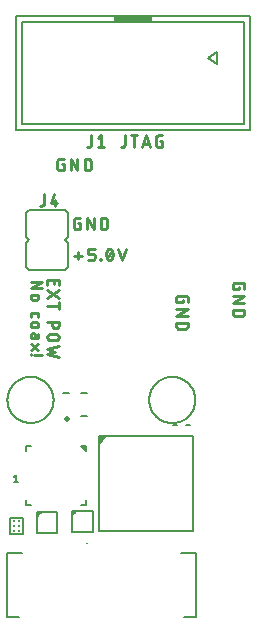
<source format=gto>
G75*
%MOIN*%
%OFA0B0*%
%FSLAX25Y25*%
%IPPOS*%
%LPD*%
%AMOC8*
5,1,8,0,0,1.08239X$1,22.5*
%
%ADD10C,0.00787*%
%ADD11C,0.00600*%
%ADD12C,0.00900*%
%ADD13C,0.00500*%
%ADD14C,0.01969*%
%ADD15R,0.12000X0.02000*%
%ADD16C,0.01197*%
D10*
X0166691Y0119457D02*
X0166693Y0119646D01*
X0166700Y0119834D01*
X0166712Y0120022D01*
X0166728Y0120210D01*
X0166749Y0120398D01*
X0166774Y0120585D01*
X0166804Y0120771D01*
X0166839Y0120957D01*
X0166878Y0121141D01*
X0166921Y0121325D01*
X0166969Y0121507D01*
X0167022Y0121688D01*
X0167079Y0121868D01*
X0167140Y0122047D01*
X0167206Y0122224D01*
X0167276Y0122399D01*
X0167350Y0122572D01*
X0167429Y0122744D01*
X0167512Y0122913D01*
X0167599Y0123081D01*
X0167690Y0123246D01*
X0167785Y0123409D01*
X0167884Y0123570D01*
X0167986Y0123728D01*
X0168093Y0123883D01*
X0168204Y0124036D01*
X0168318Y0124186D01*
X0168436Y0124334D01*
X0168557Y0124478D01*
X0168682Y0124619D01*
X0168811Y0124757D01*
X0168942Y0124893D01*
X0169078Y0125024D01*
X0169216Y0125153D01*
X0169357Y0125278D01*
X0169501Y0125399D01*
X0169649Y0125517D01*
X0169799Y0125631D01*
X0169952Y0125742D01*
X0170107Y0125849D01*
X0170265Y0125951D01*
X0170426Y0126050D01*
X0170589Y0126145D01*
X0170754Y0126236D01*
X0170922Y0126323D01*
X0171091Y0126406D01*
X0171263Y0126485D01*
X0171436Y0126559D01*
X0171611Y0126629D01*
X0171788Y0126695D01*
X0171967Y0126756D01*
X0172147Y0126813D01*
X0172328Y0126866D01*
X0172510Y0126914D01*
X0172694Y0126957D01*
X0172878Y0126996D01*
X0173064Y0127031D01*
X0173250Y0127061D01*
X0173437Y0127086D01*
X0173625Y0127107D01*
X0173813Y0127123D01*
X0174001Y0127135D01*
X0174189Y0127142D01*
X0174378Y0127144D01*
X0174567Y0127142D01*
X0174755Y0127135D01*
X0174943Y0127123D01*
X0175131Y0127107D01*
X0175319Y0127086D01*
X0175506Y0127061D01*
X0175692Y0127031D01*
X0175878Y0126996D01*
X0176062Y0126957D01*
X0176246Y0126914D01*
X0176428Y0126866D01*
X0176609Y0126813D01*
X0176789Y0126756D01*
X0176968Y0126695D01*
X0177145Y0126629D01*
X0177320Y0126559D01*
X0177493Y0126485D01*
X0177665Y0126406D01*
X0177834Y0126323D01*
X0178002Y0126236D01*
X0178167Y0126145D01*
X0178330Y0126050D01*
X0178491Y0125951D01*
X0178649Y0125849D01*
X0178804Y0125742D01*
X0178957Y0125631D01*
X0179107Y0125517D01*
X0179255Y0125399D01*
X0179399Y0125278D01*
X0179540Y0125153D01*
X0179678Y0125024D01*
X0179814Y0124893D01*
X0179945Y0124757D01*
X0180074Y0124619D01*
X0180199Y0124478D01*
X0180320Y0124334D01*
X0180438Y0124186D01*
X0180552Y0124036D01*
X0180663Y0123883D01*
X0180770Y0123728D01*
X0180872Y0123570D01*
X0180971Y0123409D01*
X0181066Y0123246D01*
X0181157Y0123081D01*
X0181244Y0122913D01*
X0181327Y0122744D01*
X0181406Y0122572D01*
X0181480Y0122399D01*
X0181550Y0122224D01*
X0181616Y0122047D01*
X0181677Y0121868D01*
X0181734Y0121688D01*
X0181787Y0121507D01*
X0181835Y0121325D01*
X0181878Y0121141D01*
X0181917Y0120957D01*
X0181952Y0120771D01*
X0181982Y0120585D01*
X0182007Y0120398D01*
X0182028Y0120210D01*
X0182044Y0120022D01*
X0182056Y0119834D01*
X0182063Y0119646D01*
X0182065Y0119457D01*
X0182063Y0119268D01*
X0182056Y0119080D01*
X0182044Y0118892D01*
X0182028Y0118704D01*
X0182007Y0118516D01*
X0181982Y0118329D01*
X0181952Y0118143D01*
X0181917Y0117957D01*
X0181878Y0117773D01*
X0181835Y0117589D01*
X0181787Y0117407D01*
X0181734Y0117226D01*
X0181677Y0117046D01*
X0181616Y0116867D01*
X0181550Y0116690D01*
X0181480Y0116515D01*
X0181406Y0116342D01*
X0181327Y0116170D01*
X0181244Y0116001D01*
X0181157Y0115833D01*
X0181066Y0115668D01*
X0180971Y0115505D01*
X0180872Y0115344D01*
X0180770Y0115186D01*
X0180663Y0115031D01*
X0180552Y0114878D01*
X0180438Y0114728D01*
X0180320Y0114580D01*
X0180199Y0114436D01*
X0180074Y0114295D01*
X0179945Y0114157D01*
X0179814Y0114021D01*
X0179678Y0113890D01*
X0179540Y0113761D01*
X0179399Y0113636D01*
X0179255Y0113515D01*
X0179107Y0113397D01*
X0178957Y0113283D01*
X0178804Y0113172D01*
X0178649Y0113065D01*
X0178491Y0112963D01*
X0178330Y0112864D01*
X0178167Y0112769D01*
X0178002Y0112678D01*
X0177834Y0112591D01*
X0177665Y0112508D01*
X0177493Y0112429D01*
X0177320Y0112355D01*
X0177145Y0112285D01*
X0176968Y0112219D01*
X0176789Y0112158D01*
X0176609Y0112101D01*
X0176428Y0112048D01*
X0176246Y0112000D01*
X0176062Y0111957D01*
X0175878Y0111918D01*
X0175692Y0111883D01*
X0175506Y0111853D01*
X0175319Y0111828D01*
X0175131Y0111807D01*
X0174943Y0111791D01*
X0174755Y0111779D01*
X0174567Y0111772D01*
X0174378Y0111770D01*
X0174189Y0111772D01*
X0174001Y0111779D01*
X0173813Y0111791D01*
X0173625Y0111807D01*
X0173437Y0111828D01*
X0173250Y0111853D01*
X0173064Y0111883D01*
X0172878Y0111918D01*
X0172694Y0111957D01*
X0172510Y0112000D01*
X0172328Y0112048D01*
X0172147Y0112101D01*
X0171967Y0112158D01*
X0171788Y0112219D01*
X0171611Y0112285D01*
X0171436Y0112355D01*
X0171263Y0112429D01*
X0171091Y0112508D01*
X0170922Y0112591D01*
X0170754Y0112678D01*
X0170589Y0112769D01*
X0170426Y0112864D01*
X0170265Y0112963D01*
X0170107Y0113065D01*
X0169952Y0113172D01*
X0169799Y0113283D01*
X0169649Y0113397D01*
X0169501Y0113515D01*
X0169357Y0113636D01*
X0169216Y0113761D01*
X0169078Y0113890D01*
X0168942Y0114021D01*
X0168811Y0114157D01*
X0168682Y0114295D01*
X0168557Y0114436D01*
X0168436Y0114580D01*
X0168318Y0114728D01*
X0168204Y0114878D01*
X0168093Y0115031D01*
X0167986Y0115186D01*
X0167884Y0115344D01*
X0167785Y0115505D01*
X0167690Y0115668D01*
X0167599Y0115833D01*
X0167512Y0116001D01*
X0167429Y0116170D01*
X0167350Y0116342D01*
X0167276Y0116515D01*
X0167206Y0116690D01*
X0167140Y0116867D01*
X0167079Y0117046D01*
X0167022Y0117226D01*
X0166969Y0117407D01*
X0166921Y0117589D01*
X0166878Y0117773D01*
X0166839Y0117957D01*
X0166804Y0118143D01*
X0166774Y0118329D01*
X0166749Y0118516D01*
X0166728Y0118704D01*
X0166712Y0118892D01*
X0166700Y0119080D01*
X0166693Y0119268D01*
X0166691Y0119457D01*
X0213935Y0119457D02*
X0213937Y0119646D01*
X0213944Y0119834D01*
X0213956Y0120022D01*
X0213972Y0120210D01*
X0213993Y0120398D01*
X0214018Y0120585D01*
X0214048Y0120771D01*
X0214083Y0120957D01*
X0214122Y0121141D01*
X0214165Y0121325D01*
X0214213Y0121507D01*
X0214266Y0121688D01*
X0214323Y0121868D01*
X0214384Y0122047D01*
X0214450Y0122224D01*
X0214520Y0122399D01*
X0214594Y0122572D01*
X0214673Y0122744D01*
X0214756Y0122913D01*
X0214843Y0123081D01*
X0214934Y0123246D01*
X0215029Y0123409D01*
X0215128Y0123570D01*
X0215230Y0123728D01*
X0215337Y0123883D01*
X0215448Y0124036D01*
X0215562Y0124186D01*
X0215680Y0124334D01*
X0215801Y0124478D01*
X0215926Y0124619D01*
X0216055Y0124757D01*
X0216186Y0124893D01*
X0216322Y0125024D01*
X0216460Y0125153D01*
X0216601Y0125278D01*
X0216745Y0125399D01*
X0216893Y0125517D01*
X0217043Y0125631D01*
X0217196Y0125742D01*
X0217351Y0125849D01*
X0217509Y0125951D01*
X0217670Y0126050D01*
X0217833Y0126145D01*
X0217998Y0126236D01*
X0218166Y0126323D01*
X0218335Y0126406D01*
X0218507Y0126485D01*
X0218680Y0126559D01*
X0218855Y0126629D01*
X0219032Y0126695D01*
X0219211Y0126756D01*
X0219391Y0126813D01*
X0219572Y0126866D01*
X0219754Y0126914D01*
X0219938Y0126957D01*
X0220122Y0126996D01*
X0220308Y0127031D01*
X0220494Y0127061D01*
X0220681Y0127086D01*
X0220869Y0127107D01*
X0221057Y0127123D01*
X0221245Y0127135D01*
X0221433Y0127142D01*
X0221622Y0127144D01*
X0221811Y0127142D01*
X0221999Y0127135D01*
X0222187Y0127123D01*
X0222375Y0127107D01*
X0222563Y0127086D01*
X0222750Y0127061D01*
X0222936Y0127031D01*
X0223122Y0126996D01*
X0223306Y0126957D01*
X0223490Y0126914D01*
X0223672Y0126866D01*
X0223853Y0126813D01*
X0224033Y0126756D01*
X0224212Y0126695D01*
X0224389Y0126629D01*
X0224564Y0126559D01*
X0224737Y0126485D01*
X0224909Y0126406D01*
X0225078Y0126323D01*
X0225246Y0126236D01*
X0225411Y0126145D01*
X0225574Y0126050D01*
X0225735Y0125951D01*
X0225893Y0125849D01*
X0226048Y0125742D01*
X0226201Y0125631D01*
X0226351Y0125517D01*
X0226499Y0125399D01*
X0226643Y0125278D01*
X0226784Y0125153D01*
X0226922Y0125024D01*
X0227058Y0124893D01*
X0227189Y0124757D01*
X0227318Y0124619D01*
X0227443Y0124478D01*
X0227564Y0124334D01*
X0227682Y0124186D01*
X0227796Y0124036D01*
X0227907Y0123883D01*
X0228014Y0123728D01*
X0228116Y0123570D01*
X0228215Y0123409D01*
X0228310Y0123246D01*
X0228401Y0123081D01*
X0228488Y0122913D01*
X0228571Y0122744D01*
X0228650Y0122572D01*
X0228724Y0122399D01*
X0228794Y0122224D01*
X0228860Y0122047D01*
X0228921Y0121868D01*
X0228978Y0121688D01*
X0229031Y0121507D01*
X0229079Y0121325D01*
X0229122Y0121141D01*
X0229161Y0120957D01*
X0229196Y0120771D01*
X0229226Y0120585D01*
X0229251Y0120398D01*
X0229272Y0120210D01*
X0229288Y0120022D01*
X0229300Y0119834D01*
X0229307Y0119646D01*
X0229309Y0119457D01*
X0229307Y0119268D01*
X0229300Y0119080D01*
X0229288Y0118892D01*
X0229272Y0118704D01*
X0229251Y0118516D01*
X0229226Y0118329D01*
X0229196Y0118143D01*
X0229161Y0117957D01*
X0229122Y0117773D01*
X0229079Y0117589D01*
X0229031Y0117407D01*
X0228978Y0117226D01*
X0228921Y0117046D01*
X0228860Y0116867D01*
X0228794Y0116690D01*
X0228724Y0116515D01*
X0228650Y0116342D01*
X0228571Y0116170D01*
X0228488Y0116001D01*
X0228401Y0115833D01*
X0228310Y0115668D01*
X0228215Y0115505D01*
X0228116Y0115344D01*
X0228014Y0115186D01*
X0227907Y0115031D01*
X0227796Y0114878D01*
X0227682Y0114728D01*
X0227564Y0114580D01*
X0227443Y0114436D01*
X0227318Y0114295D01*
X0227189Y0114157D01*
X0227058Y0114021D01*
X0226922Y0113890D01*
X0226784Y0113761D01*
X0226643Y0113636D01*
X0226499Y0113515D01*
X0226351Y0113397D01*
X0226201Y0113283D01*
X0226048Y0113172D01*
X0225893Y0113065D01*
X0225735Y0112963D01*
X0225574Y0112864D01*
X0225411Y0112769D01*
X0225246Y0112678D01*
X0225078Y0112591D01*
X0224909Y0112508D01*
X0224737Y0112429D01*
X0224564Y0112355D01*
X0224389Y0112285D01*
X0224212Y0112219D01*
X0224033Y0112158D01*
X0223853Y0112101D01*
X0223672Y0112048D01*
X0223490Y0112000D01*
X0223306Y0111957D01*
X0223122Y0111918D01*
X0222936Y0111883D01*
X0222750Y0111853D01*
X0222563Y0111828D01*
X0222375Y0111807D01*
X0222187Y0111791D01*
X0221999Y0111779D01*
X0221811Y0111772D01*
X0221622Y0111770D01*
X0221433Y0111772D01*
X0221245Y0111779D01*
X0221057Y0111791D01*
X0220869Y0111807D01*
X0220681Y0111828D01*
X0220494Y0111853D01*
X0220308Y0111883D01*
X0220122Y0111918D01*
X0219938Y0111957D01*
X0219754Y0112000D01*
X0219572Y0112048D01*
X0219391Y0112101D01*
X0219211Y0112158D01*
X0219032Y0112219D01*
X0218855Y0112285D01*
X0218680Y0112355D01*
X0218507Y0112429D01*
X0218335Y0112508D01*
X0218166Y0112591D01*
X0217998Y0112678D01*
X0217833Y0112769D01*
X0217670Y0112864D01*
X0217509Y0112963D01*
X0217351Y0113065D01*
X0217196Y0113172D01*
X0217043Y0113283D01*
X0216893Y0113397D01*
X0216745Y0113515D01*
X0216601Y0113636D01*
X0216460Y0113761D01*
X0216322Y0113890D01*
X0216186Y0114021D01*
X0216055Y0114157D01*
X0215926Y0114295D01*
X0215801Y0114436D01*
X0215680Y0114580D01*
X0215562Y0114728D01*
X0215448Y0114878D01*
X0215337Y0115031D01*
X0215230Y0115186D01*
X0215128Y0115344D01*
X0215029Y0115505D01*
X0214934Y0115668D01*
X0214843Y0115833D01*
X0214756Y0116001D01*
X0214673Y0116170D01*
X0214594Y0116342D01*
X0214520Y0116515D01*
X0214450Y0116690D01*
X0214384Y0116867D01*
X0214323Y0117046D01*
X0214266Y0117226D01*
X0214213Y0117407D01*
X0214165Y0117589D01*
X0214122Y0117773D01*
X0214083Y0117957D01*
X0214048Y0118143D01*
X0214018Y0118329D01*
X0213993Y0118516D01*
X0213972Y0118704D01*
X0213956Y0118892D01*
X0213944Y0119080D01*
X0213937Y0119268D01*
X0213935Y0119457D01*
D11*
X0169457Y0094472D02*
X0169457Y0091922D01*
X0168749Y0091922D02*
X0170165Y0091922D01*
X0168749Y0093905D02*
X0169457Y0094472D01*
X0173890Y0162882D02*
X0172890Y0163882D01*
X0172890Y0171882D01*
X0173890Y0172882D01*
X0172890Y0173882D01*
X0172890Y0181882D01*
X0173890Y0182882D01*
X0185890Y0182882D01*
X0186890Y0181882D01*
X0186890Y0173882D01*
X0185890Y0172882D01*
X0186890Y0171882D01*
X0186890Y0163882D01*
X0185890Y0162882D01*
X0173890Y0162882D01*
D12*
X0174403Y0158829D02*
X0178228Y0158829D01*
X0174403Y0156704D01*
X0178228Y0156704D01*
X0179978Y0156089D02*
X0183802Y0153540D01*
X0183802Y0151908D02*
X0183802Y0149784D01*
X0183802Y0150846D02*
X0179978Y0150846D01*
X0179978Y0153540D02*
X0183802Y0156089D01*
X0183802Y0157706D02*
X0183802Y0159406D01*
X0179978Y0159406D01*
X0179978Y0157706D01*
X0182103Y0158131D02*
X0182103Y0159406D01*
X0176103Y0154506D02*
X0175253Y0154506D01*
X0175196Y0154504D01*
X0175140Y0154498D01*
X0175084Y0154489D01*
X0175028Y0154476D01*
X0174974Y0154459D01*
X0174921Y0154439D01*
X0174870Y0154415D01*
X0174820Y0154387D01*
X0174772Y0154357D01*
X0174726Y0154323D01*
X0174683Y0154286D01*
X0174642Y0154247D01*
X0174604Y0154205D01*
X0174569Y0154160D01*
X0174537Y0154113D01*
X0174508Y0154064D01*
X0174482Y0154014D01*
X0174460Y0153961D01*
X0174441Y0153908D01*
X0174426Y0153853D01*
X0174415Y0153797D01*
X0174407Y0153741D01*
X0174403Y0153684D01*
X0174403Y0153628D01*
X0174407Y0153571D01*
X0174415Y0153515D01*
X0174426Y0153459D01*
X0174441Y0153404D01*
X0174460Y0153351D01*
X0174482Y0153298D01*
X0174508Y0153248D01*
X0174537Y0153199D01*
X0174569Y0153152D01*
X0174604Y0153107D01*
X0174642Y0153065D01*
X0174683Y0153026D01*
X0174726Y0152989D01*
X0174772Y0152955D01*
X0174820Y0152925D01*
X0174870Y0152897D01*
X0174921Y0152873D01*
X0174974Y0152853D01*
X0175028Y0152836D01*
X0175084Y0152823D01*
X0175140Y0152814D01*
X0175196Y0152808D01*
X0175253Y0152806D01*
X0176103Y0152806D01*
X0176160Y0152808D01*
X0176216Y0152814D01*
X0176272Y0152823D01*
X0176328Y0152836D01*
X0176382Y0152853D01*
X0176435Y0152873D01*
X0176486Y0152897D01*
X0176536Y0152925D01*
X0176584Y0152955D01*
X0176630Y0152989D01*
X0176673Y0153026D01*
X0176714Y0153065D01*
X0176752Y0153107D01*
X0176787Y0153152D01*
X0176819Y0153199D01*
X0176848Y0153248D01*
X0176874Y0153298D01*
X0176896Y0153351D01*
X0176915Y0153404D01*
X0176930Y0153459D01*
X0176941Y0153515D01*
X0176949Y0153571D01*
X0176953Y0153628D01*
X0176953Y0153684D01*
X0176949Y0153741D01*
X0176941Y0153797D01*
X0176930Y0153853D01*
X0176915Y0153908D01*
X0176896Y0153961D01*
X0176874Y0154014D01*
X0176848Y0154064D01*
X0176819Y0154113D01*
X0176787Y0154160D01*
X0176752Y0154205D01*
X0176714Y0154247D01*
X0176673Y0154286D01*
X0176630Y0154323D01*
X0176584Y0154357D01*
X0176536Y0154387D01*
X0176486Y0154415D01*
X0176435Y0154439D01*
X0176382Y0154459D01*
X0176328Y0154476D01*
X0176272Y0154489D01*
X0176216Y0154498D01*
X0176160Y0154504D01*
X0176103Y0154506D01*
X0176315Y0148545D02*
X0175041Y0148545D01*
X0174993Y0148543D01*
X0174946Y0148538D01*
X0174899Y0148529D01*
X0174853Y0148517D01*
X0174808Y0148501D01*
X0174765Y0148482D01*
X0174723Y0148460D01*
X0174682Y0148434D01*
X0174644Y0148406D01*
X0174608Y0148375D01*
X0174574Y0148341D01*
X0174543Y0148305D01*
X0174515Y0148267D01*
X0174489Y0148227D01*
X0174467Y0148184D01*
X0174448Y0148141D01*
X0174432Y0148096D01*
X0174420Y0148050D01*
X0174411Y0148003D01*
X0174406Y0147956D01*
X0174404Y0147908D01*
X0174403Y0147908D02*
X0174403Y0147058D01*
X0175253Y0145293D02*
X0176103Y0145293D01*
X0176103Y0145294D02*
X0176160Y0145292D01*
X0176216Y0145286D01*
X0176272Y0145277D01*
X0176328Y0145264D01*
X0176382Y0145247D01*
X0176435Y0145227D01*
X0176486Y0145203D01*
X0176536Y0145175D01*
X0176584Y0145145D01*
X0176630Y0145111D01*
X0176673Y0145074D01*
X0176714Y0145035D01*
X0176752Y0144993D01*
X0176787Y0144948D01*
X0176819Y0144901D01*
X0176848Y0144852D01*
X0176874Y0144802D01*
X0176896Y0144749D01*
X0176915Y0144696D01*
X0176930Y0144641D01*
X0176941Y0144585D01*
X0176949Y0144529D01*
X0176953Y0144472D01*
X0176953Y0144416D01*
X0176949Y0144359D01*
X0176941Y0144303D01*
X0176930Y0144247D01*
X0176915Y0144192D01*
X0176896Y0144139D01*
X0176874Y0144086D01*
X0176848Y0144036D01*
X0176819Y0143987D01*
X0176787Y0143940D01*
X0176752Y0143895D01*
X0176714Y0143853D01*
X0176673Y0143814D01*
X0176630Y0143777D01*
X0176584Y0143743D01*
X0176536Y0143713D01*
X0176486Y0143685D01*
X0176435Y0143661D01*
X0176382Y0143641D01*
X0176328Y0143624D01*
X0176272Y0143611D01*
X0176216Y0143602D01*
X0176160Y0143596D01*
X0176103Y0143594D01*
X0175253Y0143594D01*
X0175196Y0143596D01*
X0175140Y0143602D01*
X0175084Y0143611D01*
X0175028Y0143624D01*
X0174974Y0143641D01*
X0174921Y0143661D01*
X0174870Y0143685D01*
X0174820Y0143713D01*
X0174772Y0143743D01*
X0174726Y0143777D01*
X0174683Y0143814D01*
X0174642Y0143853D01*
X0174604Y0143895D01*
X0174569Y0143940D01*
X0174537Y0143987D01*
X0174508Y0144036D01*
X0174482Y0144086D01*
X0174460Y0144139D01*
X0174441Y0144192D01*
X0174426Y0144247D01*
X0174415Y0144303D01*
X0174407Y0144359D01*
X0174403Y0144416D01*
X0174403Y0144472D01*
X0174407Y0144529D01*
X0174415Y0144585D01*
X0174426Y0144641D01*
X0174441Y0144696D01*
X0174460Y0144749D01*
X0174482Y0144802D01*
X0174508Y0144852D01*
X0174537Y0144901D01*
X0174569Y0144948D01*
X0174604Y0144993D01*
X0174642Y0145035D01*
X0174683Y0145074D01*
X0174726Y0145111D01*
X0174772Y0145145D01*
X0174820Y0145175D01*
X0174870Y0145203D01*
X0174921Y0145227D01*
X0174974Y0145247D01*
X0175028Y0145264D01*
X0175084Y0145277D01*
X0175140Y0145286D01*
X0175196Y0145292D01*
X0175253Y0145294D01*
X0176953Y0147058D02*
X0176953Y0147908D01*
X0176952Y0147908D02*
X0176950Y0147956D01*
X0176945Y0148003D01*
X0176936Y0148050D01*
X0176924Y0148096D01*
X0176908Y0148141D01*
X0176889Y0148184D01*
X0176867Y0148227D01*
X0176841Y0148267D01*
X0176813Y0148305D01*
X0176782Y0148341D01*
X0176748Y0148375D01*
X0176712Y0148406D01*
X0176674Y0148434D01*
X0176634Y0148460D01*
X0176591Y0148482D01*
X0176548Y0148501D01*
X0176503Y0148517D01*
X0176457Y0148529D01*
X0176410Y0148538D01*
X0176363Y0148543D01*
X0176315Y0148545D01*
X0179978Y0145424D02*
X0183802Y0145424D01*
X0183802Y0144361D01*
X0183800Y0144297D01*
X0183794Y0144233D01*
X0183785Y0144170D01*
X0183771Y0144107D01*
X0183754Y0144045D01*
X0183733Y0143984D01*
X0183708Y0143925D01*
X0183680Y0143867D01*
X0183649Y0143812D01*
X0183614Y0143758D01*
X0183576Y0143706D01*
X0183535Y0143657D01*
X0183491Y0143610D01*
X0183444Y0143566D01*
X0183395Y0143525D01*
X0183343Y0143487D01*
X0183289Y0143452D01*
X0183234Y0143421D01*
X0183176Y0143393D01*
X0183117Y0143368D01*
X0183056Y0143347D01*
X0182994Y0143330D01*
X0182931Y0143316D01*
X0182868Y0143307D01*
X0182804Y0143301D01*
X0182740Y0143299D01*
X0182676Y0143301D01*
X0182612Y0143307D01*
X0182549Y0143316D01*
X0182486Y0143330D01*
X0182424Y0143347D01*
X0182363Y0143368D01*
X0182304Y0143393D01*
X0182246Y0143421D01*
X0182191Y0143452D01*
X0182137Y0143487D01*
X0182085Y0143525D01*
X0182036Y0143566D01*
X0181989Y0143610D01*
X0181945Y0143657D01*
X0181904Y0143706D01*
X0181866Y0143758D01*
X0181831Y0143812D01*
X0181800Y0143867D01*
X0181772Y0143925D01*
X0181747Y0143984D01*
X0181726Y0144045D01*
X0181709Y0144107D01*
X0181695Y0144170D01*
X0181686Y0144233D01*
X0181680Y0144297D01*
X0181678Y0144361D01*
X0181678Y0145424D01*
X0181040Y0141420D02*
X0182740Y0141420D01*
X0182804Y0141418D01*
X0182868Y0141412D01*
X0182931Y0141403D01*
X0182994Y0141389D01*
X0183056Y0141372D01*
X0183117Y0141351D01*
X0183176Y0141326D01*
X0183234Y0141298D01*
X0183289Y0141267D01*
X0183343Y0141232D01*
X0183395Y0141194D01*
X0183444Y0141153D01*
X0183491Y0141109D01*
X0183535Y0141062D01*
X0183576Y0141013D01*
X0183614Y0140961D01*
X0183649Y0140907D01*
X0183680Y0140852D01*
X0183708Y0140794D01*
X0183733Y0140735D01*
X0183754Y0140674D01*
X0183771Y0140612D01*
X0183785Y0140549D01*
X0183794Y0140486D01*
X0183800Y0140422D01*
X0183802Y0140358D01*
X0183800Y0140294D01*
X0183794Y0140230D01*
X0183785Y0140167D01*
X0183771Y0140104D01*
X0183754Y0140042D01*
X0183733Y0139981D01*
X0183708Y0139922D01*
X0183680Y0139864D01*
X0183649Y0139809D01*
X0183614Y0139755D01*
X0183576Y0139703D01*
X0183535Y0139654D01*
X0183491Y0139607D01*
X0183444Y0139563D01*
X0183395Y0139522D01*
X0183343Y0139484D01*
X0183289Y0139449D01*
X0183234Y0139418D01*
X0183176Y0139390D01*
X0183117Y0139365D01*
X0183056Y0139344D01*
X0182994Y0139327D01*
X0182931Y0139313D01*
X0182868Y0139304D01*
X0182804Y0139298D01*
X0182740Y0139296D01*
X0182740Y0139295D02*
X0181040Y0139295D01*
X0181040Y0139296D02*
X0180976Y0139298D01*
X0180912Y0139304D01*
X0180849Y0139313D01*
X0180786Y0139327D01*
X0180724Y0139344D01*
X0180663Y0139365D01*
X0180604Y0139390D01*
X0180546Y0139418D01*
X0180491Y0139449D01*
X0180437Y0139484D01*
X0180385Y0139522D01*
X0180336Y0139563D01*
X0180289Y0139607D01*
X0180245Y0139654D01*
X0180204Y0139703D01*
X0180166Y0139755D01*
X0180131Y0139809D01*
X0180100Y0139864D01*
X0180072Y0139922D01*
X0180047Y0139981D01*
X0180026Y0140042D01*
X0180009Y0140104D01*
X0179995Y0140167D01*
X0179986Y0140230D01*
X0179980Y0140294D01*
X0179978Y0140358D01*
X0179980Y0140422D01*
X0179986Y0140486D01*
X0179995Y0140549D01*
X0180009Y0140612D01*
X0180026Y0140674D01*
X0180047Y0140735D01*
X0180072Y0140794D01*
X0180100Y0140852D01*
X0180131Y0140907D01*
X0180166Y0140961D01*
X0180204Y0141013D01*
X0180245Y0141062D01*
X0180289Y0141109D01*
X0180336Y0141153D01*
X0180385Y0141194D01*
X0180437Y0141232D01*
X0180491Y0141267D01*
X0180546Y0141298D01*
X0180604Y0141326D01*
X0180663Y0141351D01*
X0180724Y0141372D01*
X0180786Y0141389D01*
X0180849Y0141403D01*
X0180912Y0141412D01*
X0180976Y0141418D01*
X0181040Y0141420D01*
X0176953Y0141433D02*
X0176953Y0140583D01*
X0176952Y0140583D02*
X0176950Y0140535D01*
X0176945Y0140488D01*
X0176936Y0140441D01*
X0176924Y0140395D01*
X0176908Y0140350D01*
X0176889Y0140307D01*
X0176867Y0140265D01*
X0176841Y0140224D01*
X0176813Y0140186D01*
X0176782Y0140150D01*
X0176748Y0140116D01*
X0176712Y0140085D01*
X0176674Y0140057D01*
X0176634Y0140031D01*
X0176591Y0140009D01*
X0176548Y0139990D01*
X0176503Y0139974D01*
X0176457Y0139962D01*
X0176410Y0139953D01*
X0176363Y0139948D01*
X0176315Y0139946D01*
X0174403Y0139946D01*
X0174403Y0140902D01*
X0174405Y0140955D01*
X0174411Y0141008D01*
X0174420Y0141060D01*
X0174433Y0141112D01*
X0174450Y0141162D01*
X0174470Y0141211D01*
X0174494Y0141259D01*
X0174521Y0141304D01*
X0174551Y0141348D01*
X0174585Y0141389D01*
X0174621Y0141428D01*
X0174660Y0141464D01*
X0174701Y0141498D01*
X0174745Y0141528D01*
X0174790Y0141555D01*
X0174838Y0141579D01*
X0174887Y0141599D01*
X0174937Y0141616D01*
X0174989Y0141629D01*
X0175041Y0141638D01*
X0175094Y0141644D01*
X0175147Y0141646D01*
X0175200Y0141644D01*
X0175253Y0141638D01*
X0175305Y0141629D01*
X0175357Y0141616D01*
X0175407Y0141599D01*
X0175456Y0141579D01*
X0175504Y0141555D01*
X0175549Y0141528D01*
X0175593Y0141498D01*
X0175634Y0141464D01*
X0175673Y0141428D01*
X0175709Y0141389D01*
X0175743Y0141348D01*
X0175773Y0141304D01*
X0175800Y0141259D01*
X0175824Y0141211D01*
X0175844Y0141162D01*
X0175861Y0141112D01*
X0175874Y0141060D01*
X0175883Y0141008D01*
X0175889Y0140955D01*
X0175891Y0140902D01*
X0175890Y0140902D02*
X0175890Y0139946D01*
X0176953Y0137923D02*
X0174403Y0136224D01*
X0174403Y0134629D02*
X0174403Y0134416D01*
X0174616Y0134416D01*
X0174616Y0134629D01*
X0174403Y0134629D01*
X0175678Y0134522D02*
X0178228Y0134522D01*
X0179978Y0134689D02*
X0183802Y0133839D01*
X0182528Y0135539D02*
X0179978Y0134689D01*
X0179978Y0136389D02*
X0182528Y0135539D01*
X0183802Y0137239D02*
X0179978Y0136389D01*
X0176953Y0136224D02*
X0174403Y0137923D01*
X0190197Y0166261D02*
X0190197Y0168811D01*
X0188922Y0167536D02*
X0191472Y0167536D01*
X0193670Y0168173D02*
X0193670Y0169873D01*
X0195795Y0169873D01*
X0194945Y0168173D02*
X0193670Y0168173D01*
X0194945Y0168174D02*
X0195001Y0168172D01*
X0195056Y0168167D01*
X0195111Y0168158D01*
X0195165Y0168145D01*
X0195218Y0168129D01*
X0195270Y0168109D01*
X0195321Y0168086D01*
X0195370Y0168060D01*
X0195417Y0168031D01*
X0195462Y0167998D01*
X0195505Y0167963D01*
X0195546Y0167925D01*
X0195584Y0167884D01*
X0195619Y0167841D01*
X0195652Y0167796D01*
X0195681Y0167749D01*
X0195707Y0167700D01*
X0195730Y0167649D01*
X0195750Y0167597D01*
X0195766Y0167544D01*
X0195779Y0167490D01*
X0195788Y0167435D01*
X0195793Y0167380D01*
X0195795Y0167324D01*
X0195795Y0166899D01*
X0195793Y0166843D01*
X0195788Y0166788D01*
X0195779Y0166733D01*
X0195766Y0166679D01*
X0195750Y0166626D01*
X0195730Y0166574D01*
X0195707Y0166523D01*
X0195681Y0166474D01*
X0195652Y0166427D01*
X0195619Y0166382D01*
X0195584Y0166339D01*
X0195546Y0166298D01*
X0195505Y0166260D01*
X0195462Y0166225D01*
X0195417Y0166192D01*
X0195370Y0166163D01*
X0195321Y0166137D01*
X0195270Y0166114D01*
X0195218Y0166094D01*
X0195165Y0166078D01*
X0195111Y0166065D01*
X0195056Y0166056D01*
X0195001Y0166051D01*
X0194945Y0166049D01*
X0193670Y0166049D01*
X0197603Y0166049D02*
X0197815Y0166049D01*
X0197815Y0166261D01*
X0197603Y0166261D01*
X0197603Y0166049D01*
X0201429Y0166580D02*
X0201476Y0166679D01*
X0201519Y0166781D01*
X0201558Y0166883D01*
X0201594Y0166987D01*
X0201626Y0167093D01*
X0201654Y0167199D01*
X0201679Y0167306D01*
X0201700Y0167414D01*
X0201717Y0167523D01*
X0201731Y0167632D01*
X0201740Y0167741D01*
X0201746Y0167851D01*
X0201748Y0167961D01*
X0199623Y0167961D02*
X0199625Y0168071D01*
X0199631Y0168181D01*
X0199640Y0168290D01*
X0199654Y0168399D01*
X0199671Y0168508D01*
X0199692Y0168616D01*
X0199717Y0168723D01*
X0199745Y0168829D01*
X0199777Y0168935D01*
X0199813Y0169039D01*
X0199852Y0169141D01*
X0199895Y0169243D01*
X0199942Y0169342D01*
X0199941Y0169342D02*
X0199961Y0169392D01*
X0199984Y0169442D01*
X0200010Y0169489D01*
X0200039Y0169535D01*
X0200071Y0169578D01*
X0200107Y0169619D01*
X0200145Y0169658D01*
X0200185Y0169694D01*
X0200228Y0169727D01*
X0200273Y0169757D01*
X0200320Y0169783D01*
X0200369Y0169807D01*
X0200419Y0169827D01*
X0200471Y0169843D01*
X0200524Y0169856D01*
X0200577Y0169866D01*
X0200631Y0169871D01*
X0200685Y0169873D01*
X0200739Y0169871D01*
X0200793Y0169866D01*
X0200846Y0169856D01*
X0200899Y0169843D01*
X0200951Y0169827D01*
X0201001Y0169807D01*
X0201050Y0169783D01*
X0201097Y0169757D01*
X0201142Y0169727D01*
X0201185Y0169694D01*
X0201225Y0169658D01*
X0201263Y0169619D01*
X0201299Y0169578D01*
X0201331Y0169535D01*
X0201360Y0169489D01*
X0201386Y0169442D01*
X0201409Y0169393D01*
X0201429Y0169342D01*
X0201535Y0169023D02*
X0199836Y0166899D01*
X0200685Y0166049D02*
X0200739Y0166051D01*
X0200793Y0166056D01*
X0200846Y0166066D01*
X0200899Y0166079D01*
X0200951Y0166095D01*
X0201001Y0166115D01*
X0201050Y0166139D01*
X0201097Y0166165D01*
X0201142Y0166195D01*
X0201185Y0166228D01*
X0201225Y0166264D01*
X0201263Y0166303D01*
X0201299Y0166344D01*
X0201331Y0166387D01*
X0201360Y0166433D01*
X0201386Y0166480D01*
X0201409Y0166529D01*
X0201429Y0166580D01*
X0200685Y0166049D02*
X0200631Y0166051D01*
X0200577Y0166056D01*
X0200524Y0166066D01*
X0200471Y0166079D01*
X0200419Y0166095D01*
X0200369Y0166115D01*
X0200320Y0166139D01*
X0200273Y0166165D01*
X0200228Y0166195D01*
X0200185Y0166228D01*
X0200145Y0166264D01*
X0200107Y0166303D01*
X0200071Y0166344D01*
X0200039Y0166387D01*
X0200010Y0166433D01*
X0199984Y0166480D01*
X0199961Y0166529D01*
X0199941Y0166580D01*
X0201748Y0167961D02*
X0201746Y0168071D01*
X0201740Y0168181D01*
X0201731Y0168290D01*
X0201717Y0168399D01*
X0201700Y0168508D01*
X0201679Y0168616D01*
X0201654Y0168723D01*
X0201626Y0168829D01*
X0201594Y0168935D01*
X0201558Y0169039D01*
X0201519Y0169141D01*
X0201476Y0169243D01*
X0201429Y0169342D01*
X0199623Y0167961D02*
X0199625Y0167851D01*
X0199631Y0167741D01*
X0199640Y0167632D01*
X0199654Y0167523D01*
X0199671Y0167414D01*
X0199692Y0167306D01*
X0199717Y0167199D01*
X0199745Y0167093D01*
X0199777Y0166987D01*
X0199813Y0166883D01*
X0199852Y0166781D01*
X0199895Y0166679D01*
X0199942Y0166580D01*
X0203663Y0169873D02*
X0204937Y0166049D01*
X0206212Y0169873D01*
X0198953Y0176285D02*
X0197891Y0176285D01*
X0197891Y0180109D01*
X0198953Y0180109D01*
X0199017Y0180107D01*
X0199081Y0180101D01*
X0199144Y0180092D01*
X0199207Y0180078D01*
X0199269Y0180061D01*
X0199330Y0180040D01*
X0199389Y0180015D01*
X0199447Y0179987D01*
X0199502Y0179956D01*
X0199556Y0179921D01*
X0199608Y0179883D01*
X0199657Y0179842D01*
X0199704Y0179798D01*
X0199748Y0179751D01*
X0199789Y0179702D01*
X0199827Y0179650D01*
X0199862Y0179596D01*
X0199893Y0179541D01*
X0199921Y0179483D01*
X0199946Y0179424D01*
X0199967Y0179363D01*
X0199984Y0179301D01*
X0199998Y0179238D01*
X0200007Y0179175D01*
X0200013Y0179111D01*
X0200015Y0179047D01*
X0200015Y0177347D01*
X0200013Y0177283D01*
X0200007Y0177219D01*
X0199998Y0177156D01*
X0199984Y0177093D01*
X0199967Y0177031D01*
X0199946Y0176970D01*
X0199921Y0176911D01*
X0199893Y0176853D01*
X0199862Y0176798D01*
X0199827Y0176744D01*
X0199789Y0176692D01*
X0199748Y0176643D01*
X0199704Y0176596D01*
X0199657Y0176552D01*
X0199608Y0176511D01*
X0199556Y0176473D01*
X0199502Y0176438D01*
X0199447Y0176407D01*
X0199389Y0176379D01*
X0199330Y0176354D01*
X0199269Y0176333D01*
X0199207Y0176316D01*
X0199144Y0176302D01*
X0199081Y0176293D01*
X0199017Y0176287D01*
X0198953Y0176285D01*
X0195480Y0176285D02*
X0195480Y0180109D01*
X0193355Y0180109D02*
X0193355Y0176285D01*
X0195480Y0176285D02*
X0193355Y0180109D01*
X0190945Y0180109D02*
X0189670Y0180109D01*
X0189670Y0180110D02*
X0189612Y0180108D01*
X0189554Y0180102D01*
X0189497Y0180092D01*
X0189441Y0180078D01*
X0189385Y0180061D01*
X0189331Y0180040D01*
X0189279Y0180015D01*
X0189228Y0179986D01*
X0189180Y0179954D01*
X0189134Y0179919D01*
X0189090Y0179881D01*
X0189049Y0179840D01*
X0189011Y0179796D01*
X0188976Y0179750D01*
X0188944Y0179702D01*
X0188915Y0179651D01*
X0188890Y0179599D01*
X0188869Y0179545D01*
X0188852Y0179489D01*
X0188838Y0179433D01*
X0188828Y0179376D01*
X0188822Y0179318D01*
X0188820Y0179260D01*
X0188820Y0177135D01*
X0188822Y0177079D01*
X0188827Y0177024D01*
X0188836Y0176969D01*
X0188849Y0176915D01*
X0188865Y0176862D01*
X0188885Y0176810D01*
X0188908Y0176759D01*
X0188934Y0176710D01*
X0188963Y0176663D01*
X0188996Y0176618D01*
X0189031Y0176575D01*
X0189069Y0176534D01*
X0189110Y0176496D01*
X0189153Y0176461D01*
X0189198Y0176428D01*
X0189245Y0176399D01*
X0189294Y0176373D01*
X0189345Y0176350D01*
X0189397Y0176330D01*
X0189450Y0176314D01*
X0189504Y0176301D01*
X0189559Y0176292D01*
X0189614Y0176287D01*
X0189670Y0176285D01*
X0190945Y0176285D01*
X0190945Y0178410D01*
X0190307Y0178410D01*
X0182704Y0184238D02*
X0182704Y0185938D01*
X0183342Y0185088D02*
X0181217Y0185088D01*
X0182067Y0188062D01*
X0178977Y0188062D02*
X0178977Y0185088D01*
X0178975Y0185032D01*
X0178970Y0184977D01*
X0178961Y0184922D01*
X0178948Y0184868D01*
X0178932Y0184815D01*
X0178912Y0184763D01*
X0178889Y0184712D01*
X0178863Y0184663D01*
X0178834Y0184616D01*
X0178801Y0184571D01*
X0178766Y0184528D01*
X0178728Y0184487D01*
X0178687Y0184449D01*
X0178644Y0184414D01*
X0178599Y0184381D01*
X0178552Y0184352D01*
X0178503Y0184326D01*
X0178452Y0184303D01*
X0178400Y0184283D01*
X0178347Y0184267D01*
X0178293Y0184254D01*
X0178238Y0184245D01*
X0178183Y0184240D01*
X0178127Y0184238D01*
X0177702Y0184238D01*
X0184158Y0195970D02*
X0185433Y0195970D01*
X0185433Y0198095D01*
X0184795Y0198095D01*
X0183308Y0198945D02*
X0183310Y0199003D01*
X0183316Y0199061D01*
X0183326Y0199118D01*
X0183340Y0199174D01*
X0183357Y0199230D01*
X0183378Y0199284D01*
X0183403Y0199336D01*
X0183432Y0199387D01*
X0183464Y0199435D01*
X0183499Y0199481D01*
X0183537Y0199525D01*
X0183578Y0199566D01*
X0183622Y0199604D01*
X0183668Y0199639D01*
X0183716Y0199671D01*
X0183767Y0199700D01*
X0183819Y0199725D01*
X0183873Y0199746D01*
X0183929Y0199763D01*
X0183985Y0199777D01*
X0184042Y0199787D01*
X0184100Y0199793D01*
X0184158Y0199795D01*
X0184158Y0199794D02*
X0185433Y0199794D01*
X0183308Y0198945D02*
X0183308Y0196820D01*
X0183310Y0196764D01*
X0183315Y0196709D01*
X0183324Y0196654D01*
X0183337Y0196600D01*
X0183353Y0196547D01*
X0183373Y0196495D01*
X0183396Y0196444D01*
X0183422Y0196395D01*
X0183451Y0196348D01*
X0183484Y0196303D01*
X0183519Y0196260D01*
X0183557Y0196219D01*
X0183598Y0196181D01*
X0183641Y0196146D01*
X0183686Y0196113D01*
X0183733Y0196084D01*
X0183782Y0196058D01*
X0183833Y0196035D01*
X0183885Y0196015D01*
X0183938Y0195999D01*
X0183992Y0195986D01*
X0184047Y0195977D01*
X0184102Y0195972D01*
X0184158Y0195970D01*
X0187844Y0195970D02*
X0187844Y0199794D01*
X0189968Y0195970D01*
X0189968Y0199794D01*
X0192379Y0199794D02*
X0192379Y0195970D01*
X0193441Y0195970D01*
X0193505Y0195972D01*
X0193569Y0195978D01*
X0193632Y0195987D01*
X0193695Y0196001D01*
X0193757Y0196018D01*
X0193818Y0196039D01*
X0193877Y0196064D01*
X0193935Y0196092D01*
X0193990Y0196123D01*
X0194044Y0196158D01*
X0194096Y0196196D01*
X0194145Y0196237D01*
X0194192Y0196281D01*
X0194236Y0196328D01*
X0194277Y0196377D01*
X0194315Y0196429D01*
X0194350Y0196483D01*
X0194381Y0196538D01*
X0194409Y0196596D01*
X0194434Y0196655D01*
X0194455Y0196716D01*
X0194472Y0196778D01*
X0194486Y0196841D01*
X0194495Y0196904D01*
X0194501Y0196968D01*
X0194503Y0197032D01*
X0194504Y0197032D02*
X0194504Y0198732D01*
X0194503Y0198732D02*
X0194501Y0198796D01*
X0194495Y0198860D01*
X0194486Y0198923D01*
X0194472Y0198986D01*
X0194455Y0199048D01*
X0194434Y0199109D01*
X0194409Y0199168D01*
X0194381Y0199226D01*
X0194350Y0199281D01*
X0194315Y0199335D01*
X0194277Y0199387D01*
X0194236Y0199436D01*
X0194192Y0199483D01*
X0194145Y0199527D01*
X0194096Y0199568D01*
X0194044Y0199606D01*
X0193990Y0199641D01*
X0193935Y0199672D01*
X0193877Y0199700D01*
X0193818Y0199725D01*
X0193757Y0199746D01*
X0193695Y0199763D01*
X0193632Y0199777D01*
X0193569Y0199786D01*
X0193505Y0199792D01*
X0193441Y0199794D01*
X0192379Y0199794D01*
X0193352Y0203844D02*
X0193777Y0203844D01*
X0193833Y0203846D01*
X0193888Y0203851D01*
X0193943Y0203860D01*
X0193997Y0203873D01*
X0194050Y0203889D01*
X0194102Y0203909D01*
X0194153Y0203932D01*
X0194202Y0203958D01*
X0194249Y0203987D01*
X0194294Y0204020D01*
X0194337Y0204055D01*
X0194378Y0204093D01*
X0194416Y0204134D01*
X0194451Y0204177D01*
X0194484Y0204222D01*
X0194513Y0204269D01*
X0194539Y0204318D01*
X0194562Y0204369D01*
X0194582Y0204421D01*
X0194598Y0204474D01*
X0194611Y0204528D01*
X0194620Y0204583D01*
X0194625Y0204638D01*
X0194627Y0204694D01*
X0194627Y0207669D01*
X0196867Y0206819D02*
X0197929Y0207669D01*
X0197929Y0203844D01*
X0196867Y0203844D02*
X0198991Y0203844D01*
X0204527Y0203765D02*
X0204952Y0203765D01*
X0205008Y0203767D01*
X0205063Y0203772D01*
X0205118Y0203781D01*
X0205172Y0203794D01*
X0205225Y0203810D01*
X0205277Y0203830D01*
X0205328Y0203853D01*
X0205377Y0203879D01*
X0205424Y0203908D01*
X0205469Y0203941D01*
X0205512Y0203976D01*
X0205553Y0204014D01*
X0205591Y0204055D01*
X0205626Y0204098D01*
X0205659Y0204143D01*
X0205688Y0204190D01*
X0205714Y0204239D01*
X0205737Y0204290D01*
X0205757Y0204342D01*
X0205773Y0204395D01*
X0205786Y0204449D01*
X0205795Y0204504D01*
X0205800Y0204559D01*
X0205802Y0204615D01*
X0205802Y0207590D01*
X0207758Y0207590D02*
X0209883Y0207590D01*
X0208821Y0207590D02*
X0208821Y0203765D01*
X0211514Y0203765D02*
X0212789Y0207590D01*
X0214064Y0203765D01*
X0213745Y0204721D02*
X0211833Y0204721D01*
X0216121Y0204615D02*
X0216121Y0206740D01*
X0216120Y0206740D02*
X0216122Y0206798D01*
X0216128Y0206856D01*
X0216138Y0206913D01*
X0216152Y0206969D01*
X0216169Y0207025D01*
X0216190Y0207079D01*
X0216215Y0207131D01*
X0216244Y0207182D01*
X0216276Y0207230D01*
X0216311Y0207276D01*
X0216349Y0207320D01*
X0216390Y0207361D01*
X0216434Y0207399D01*
X0216480Y0207434D01*
X0216528Y0207466D01*
X0216579Y0207495D01*
X0216631Y0207520D01*
X0216685Y0207541D01*
X0216741Y0207558D01*
X0216797Y0207572D01*
X0216854Y0207582D01*
X0216912Y0207588D01*
X0216970Y0207590D01*
X0218245Y0207590D01*
X0218245Y0205890D02*
X0217608Y0205890D01*
X0218245Y0205890D02*
X0218245Y0203765D01*
X0216970Y0203765D01*
X0216914Y0203767D01*
X0216859Y0203772D01*
X0216804Y0203781D01*
X0216750Y0203794D01*
X0216697Y0203810D01*
X0216645Y0203830D01*
X0216594Y0203853D01*
X0216545Y0203879D01*
X0216498Y0203908D01*
X0216453Y0203941D01*
X0216410Y0203976D01*
X0216369Y0204014D01*
X0216331Y0204055D01*
X0216296Y0204098D01*
X0216263Y0204143D01*
X0216234Y0204190D01*
X0216208Y0204239D01*
X0216185Y0204290D01*
X0216165Y0204342D01*
X0216149Y0204395D01*
X0216136Y0204449D01*
X0216127Y0204504D01*
X0216122Y0204559D01*
X0216120Y0204615D01*
X0242686Y0158559D02*
X0244811Y0158559D01*
X0244869Y0158557D01*
X0244927Y0158551D01*
X0244984Y0158541D01*
X0245040Y0158527D01*
X0245096Y0158510D01*
X0245150Y0158489D01*
X0245202Y0158464D01*
X0245253Y0158435D01*
X0245301Y0158403D01*
X0245347Y0158368D01*
X0245391Y0158330D01*
X0245432Y0158289D01*
X0245470Y0158245D01*
X0245505Y0158199D01*
X0245537Y0158151D01*
X0245566Y0158100D01*
X0245591Y0158048D01*
X0245612Y0157994D01*
X0245629Y0157938D01*
X0245643Y0157882D01*
X0245653Y0157825D01*
X0245659Y0157767D01*
X0245661Y0157709D01*
X0245661Y0156434D01*
X0243961Y0156434D02*
X0241836Y0156434D01*
X0241836Y0157709D01*
X0241838Y0157765D01*
X0241843Y0157820D01*
X0241852Y0157875D01*
X0241865Y0157929D01*
X0241881Y0157982D01*
X0241901Y0158034D01*
X0241924Y0158085D01*
X0241950Y0158134D01*
X0241979Y0158181D01*
X0242012Y0158226D01*
X0242047Y0158269D01*
X0242085Y0158310D01*
X0242126Y0158348D01*
X0242169Y0158383D01*
X0242214Y0158416D01*
X0242261Y0158445D01*
X0242310Y0158471D01*
X0242361Y0158494D01*
X0242413Y0158514D01*
X0242466Y0158530D01*
X0242520Y0158543D01*
X0242575Y0158552D01*
X0242630Y0158557D01*
X0242686Y0158559D01*
X0243961Y0157072D02*
X0243961Y0156434D01*
X0245661Y0154023D02*
X0241836Y0154023D01*
X0241836Y0151899D02*
X0245661Y0151899D01*
X0245661Y0154023D02*
X0241836Y0151899D01*
X0241836Y0149488D02*
X0241836Y0148426D01*
X0241836Y0149488D02*
X0245661Y0149488D01*
X0245661Y0148426D01*
X0245660Y0148426D02*
X0245658Y0148362D01*
X0245652Y0148298D01*
X0245643Y0148235D01*
X0245629Y0148172D01*
X0245612Y0148110D01*
X0245591Y0148049D01*
X0245566Y0147990D01*
X0245538Y0147932D01*
X0245507Y0147877D01*
X0245472Y0147823D01*
X0245434Y0147771D01*
X0245393Y0147722D01*
X0245349Y0147675D01*
X0245302Y0147631D01*
X0245253Y0147590D01*
X0245201Y0147552D01*
X0245147Y0147517D01*
X0245092Y0147486D01*
X0245034Y0147458D01*
X0244975Y0147433D01*
X0244914Y0147412D01*
X0244852Y0147395D01*
X0244789Y0147381D01*
X0244726Y0147372D01*
X0244662Y0147366D01*
X0244598Y0147364D01*
X0244598Y0147363D02*
X0242899Y0147363D01*
X0242899Y0147364D02*
X0242835Y0147366D01*
X0242771Y0147372D01*
X0242708Y0147381D01*
X0242645Y0147395D01*
X0242583Y0147412D01*
X0242522Y0147433D01*
X0242463Y0147458D01*
X0242405Y0147486D01*
X0242350Y0147517D01*
X0242296Y0147552D01*
X0242244Y0147590D01*
X0242195Y0147631D01*
X0242148Y0147675D01*
X0242104Y0147722D01*
X0242063Y0147771D01*
X0242025Y0147823D01*
X0241990Y0147877D01*
X0241959Y0147932D01*
X0241931Y0147990D01*
X0241906Y0148049D01*
X0241885Y0148110D01*
X0241868Y0148172D01*
X0241854Y0148235D01*
X0241845Y0148298D01*
X0241839Y0148362D01*
X0241837Y0148426D01*
X0226763Y0147568D02*
X0222939Y0147568D01*
X0226763Y0149693D01*
X0222939Y0149693D01*
X0222939Y0152103D02*
X0222939Y0153378D01*
X0222938Y0153378D02*
X0222940Y0153434D01*
X0222945Y0153489D01*
X0222954Y0153544D01*
X0222967Y0153598D01*
X0222983Y0153651D01*
X0223003Y0153703D01*
X0223026Y0153754D01*
X0223052Y0153803D01*
X0223081Y0153850D01*
X0223114Y0153895D01*
X0223149Y0153938D01*
X0223187Y0153979D01*
X0223228Y0154017D01*
X0223271Y0154052D01*
X0223316Y0154085D01*
X0223363Y0154114D01*
X0223412Y0154140D01*
X0223463Y0154163D01*
X0223515Y0154183D01*
X0223568Y0154199D01*
X0223622Y0154212D01*
X0223677Y0154221D01*
X0223732Y0154226D01*
X0223788Y0154228D01*
X0225913Y0154228D01*
X0225971Y0154226D01*
X0226029Y0154220D01*
X0226086Y0154210D01*
X0226142Y0154196D01*
X0226198Y0154179D01*
X0226252Y0154158D01*
X0226304Y0154133D01*
X0226355Y0154104D01*
X0226403Y0154072D01*
X0226449Y0154037D01*
X0226493Y0153999D01*
X0226534Y0153958D01*
X0226572Y0153914D01*
X0226607Y0153868D01*
X0226639Y0153820D01*
X0226668Y0153769D01*
X0226693Y0153717D01*
X0226714Y0153663D01*
X0226731Y0153607D01*
X0226745Y0153551D01*
X0226755Y0153494D01*
X0226761Y0153436D01*
X0226763Y0153378D01*
X0226763Y0152103D01*
X0225063Y0152103D02*
X0222939Y0152103D01*
X0225063Y0152103D02*
X0225063Y0152741D01*
X0226763Y0145157D02*
X0222939Y0145157D01*
X0222939Y0144095D01*
X0222941Y0144031D01*
X0222947Y0143967D01*
X0222956Y0143904D01*
X0222970Y0143841D01*
X0222987Y0143779D01*
X0223008Y0143718D01*
X0223033Y0143659D01*
X0223061Y0143601D01*
X0223092Y0143546D01*
X0223127Y0143492D01*
X0223165Y0143440D01*
X0223206Y0143391D01*
X0223250Y0143344D01*
X0223297Y0143300D01*
X0223346Y0143259D01*
X0223398Y0143221D01*
X0223452Y0143186D01*
X0223507Y0143155D01*
X0223565Y0143127D01*
X0223624Y0143102D01*
X0223685Y0143081D01*
X0223747Y0143064D01*
X0223810Y0143050D01*
X0223873Y0143041D01*
X0223937Y0143035D01*
X0224001Y0143033D01*
X0225701Y0143033D01*
X0225765Y0143035D01*
X0225829Y0143041D01*
X0225892Y0143050D01*
X0225955Y0143064D01*
X0226017Y0143081D01*
X0226078Y0143102D01*
X0226137Y0143127D01*
X0226195Y0143155D01*
X0226250Y0143186D01*
X0226304Y0143221D01*
X0226356Y0143259D01*
X0226405Y0143300D01*
X0226452Y0143344D01*
X0226496Y0143391D01*
X0226537Y0143440D01*
X0226575Y0143492D01*
X0226610Y0143546D01*
X0226641Y0143601D01*
X0226669Y0143659D01*
X0226694Y0143718D01*
X0226715Y0143779D01*
X0226732Y0143841D01*
X0226746Y0143904D01*
X0226755Y0143967D01*
X0226761Y0144031D01*
X0226763Y0144095D01*
X0226763Y0145157D01*
D13*
X0170441Y0047016D02*
X0166504Y0047016D01*
X0166504Y0068276D01*
X0171622Y0068276D01*
X0171859Y0074733D02*
X0167449Y0074733D01*
X0167449Y0079930D01*
X0171859Y0079930D01*
X0171859Y0074733D01*
X0176445Y0075067D02*
X0183335Y0075067D01*
X0183335Y0081957D01*
X0176445Y0081957D01*
X0176445Y0075067D01*
X0176465Y0080559D02*
X0176465Y0081937D01*
X0177843Y0081937D01*
X0176465Y0080559D01*
X0176465Y0080864D02*
X0176769Y0080864D01*
X0176465Y0081362D02*
X0177268Y0081362D01*
X0177766Y0081861D02*
X0176465Y0081861D01*
X0174615Y0084418D02*
X0173040Y0084418D01*
X0173040Y0085993D01*
X0188256Y0082351D02*
X0188256Y0075461D01*
X0195146Y0075461D01*
X0195146Y0082351D01*
X0188256Y0082351D01*
X0188276Y0082331D02*
X0188276Y0080953D01*
X0189654Y0082331D01*
X0188276Y0082331D01*
X0188276Y0081861D02*
X0189184Y0081861D01*
X0188685Y0081362D02*
X0188276Y0081362D01*
X0191150Y0084418D02*
X0192725Y0084418D01*
X0192725Y0085993D01*
X0197213Y0075756D02*
X0228709Y0075756D01*
X0228709Y0107252D01*
X0199575Y0107252D01*
X0197213Y0104890D01*
X0197213Y0075756D01*
X0193276Y0071819D02*
X0193197Y0071819D01*
X0224378Y0068276D02*
X0229496Y0068276D01*
X0229496Y0047016D01*
X0225559Y0047016D01*
X0192725Y0102528D02*
X0191150Y0104103D01*
X0192725Y0104103D01*
X0192725Y0102528D01*
X0192725Y0104103D01*
X0191150Y0104103D01*
X0191457Y0103795D02*
X0192725Y0103795D01*
X0192725Y0103297D02*
X0191956Y0103297D01*
X0192454Y0102798D02*
X0192725Y0102798D01*
X0197213Y0104890D02*
X0197213Y0105284D01*
X0199181Y0107252D01*
X0197607Y0107252D01*
X0197213Y0106859D01*
X0197213Y0106465D01*
X0197607Y0106071D01*
X0198394Y0106859D01*
X0197607Y0106859D01*
X0197607Y0106465D01*
X0197213Y0106465D02*
X0197213Y0105284D01*
X0197213Y0106859D02*
X0197213Y0107252D01*
X0197607Y0107252D01*
X0199181Y0107252D02*
X0199575Y0107252D01*
X0193158Y0113945D02*
X0191229Y0113945D01*
X0191189Y0121819D02*
X0193158Y0121819D01*
X0187252Y0121819D02*
X0185284Y0121819D01*
X0174615Y0104103D02*
X0173040Y0104103D01*
X0173040Y0102528D01*
X0222026Y0111033D02*
X0223288Y0111033D01*
X0226356Y0111033D02*
X0227619Y0111033D01*
X0247630Y0209512D02*
X0169630Y0209512D01*
X0169630Y0247512D01*
X0202630Y0247512D01*
X0202630Y0245512D01*
X0171630Y0245512D01*
X0171630Y0211512D01*
X0245630Y0211512D01*
X0245630Y0245512D01*
X0214630Y0245512D01*
X0214630Y0247512D01*
X0202630Y0247512D01*
X0202630Y0245512D02*
X0214630Y0245512D01*
X0214630Y0247512D02*
X0247630Y0247512D01*
X0247630Y0209512D01*
X0236630Y0231512D02*
X0233630Y0233512D01*
X0236630Y0235512D01*
X0236630Y0231512D01*
D14*
X0186515Y0112908D03*
D15*
X0208630Y0246512D03*
D16*
X0170441Y0078906D03*
X0168867Y0078906D03*
X0168867Y0077331D03*
X0170441Y0077331D03*
X0170441Y0075756D03*
X0168867Y0075756D03*
M02*

</source>
